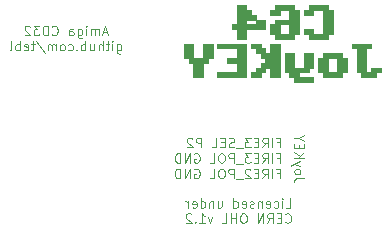
<source format=gbo>
G04 #@! TF.GenerationSoftware,KiCad,Pcbnew,(5.1.8)-1*
G04 #@! TF.CreationDate,2022-05-22T17:32:25+02:00*
G04 #@! TF.ProjectId,Amiga CD32,416d6967-6120-4434-9433-322e6b696361,rev?*
G04 #@! TF.SameCoordinates,Original*
G04 #@! TF.FileFunction,Legend,Bot*
G04 #@! TF.FilePolarity,Positive*
%FSLAX46Y46*%
G04 Gerber Fmt 4.6, Leading zero omitted, Abs format (unit mm)*
G04 Created by KiCad (PCBNEW (5.1.8)-1) date 2022-05-22 17:32:25*
%MOMM*%
%LPD*%
G01*
G04 APERTURE LIST*
%ADD10C,0.100000*%
%ADD11C,0.010000*%
G04 APERTURE END LIST*
D10*
X148145000Y-106391904D02*
X148525952Y-106391904D01*
X148525952Y-105591904D01*
X147878333Y-106391904D02*
X147878333Y-105858571D01*
X147878333Y-105591904D02*
X147916428Y-105630000D01*
X147878333Y-105668095D01*
X147840238Y-105630000D01*
X147878333Y-105591904D01*
X147878333Y-105668095D01*
X147154523Y-106353809D02*
X147230714Y-106391904D01*
X147383095Y-106391904D01*
X147459285Y-106353809D01*
X147497380Y-106315714D01*
X147535476Y-106239523D01*
X147535476Y-106010952D01*
X147497380Y-105934761D01*
X147459285Y-105896666D01*
X147383095Y-105858571D01*
X147230714Y-105858571D01*
X147154523Y-105896666D01*
X146506904Y-106353809D02*
X146583095Y-106391904D01*
X146735476Y-106391904D01*
X146811666Y-106353809D01*
X146849761Y-106277619D01*
X146849761Y-105972857D01*
X146811666Y-105896666D01*
X146735476Y-105858571D01*
X146583095Y-105858571D01*
X146506904Y-105896666D01*
X146468809Y-105972857D01*
X146468809Y-106049047D01*
X146849761Y-106125238D01*
X146125952Y-105858571D02*
X146125952Y-106391904D01*
X146125952Y-105934761D02*
X146087857Y-105896666D01*
X146011666Y-105858571D01*
X145897380Y-105858571D01*
X145821190Y-105896666D01*
X145783095Y-105972857D01*
X145783095Y-106391904D01*
X145440238Y-106353809D02*
X145364047Y-106391904D01*
X145211666Y-106391904D01*
X145135476Y-106353809D01*
X145097380Y-106277619D01*
X145097380Y-106239523D01*
X145135476Y-106163333D01*
X145211666Y-106125238D01*
X145325952Y-106125238D01*
X145402142Y-106087142D01*
X145440238Y-106010952D01*
X145440238Y-105972857D01*
X145402142Y-105896666D01*
X145325952Y-105858571D01*
X145211666Y-105858571D01*
X145135476Y-105896666D01*
X144449761Y-106353809D02*
X144525952Y-106391904D01*
X144678333Y-106391904D01*
X144754523Y-106353809D01*
X144792619Y-106277619D01*
X144792619Y-105972857D01*
X144754523Y-105896666D01*
X144678333Y-105858571D01*
X144525952Y-105858571D01*
X144449761Y-105896666D01*
X144411666Y-105972857D01*
X144411666Y-106049047D01*
X144792619Y-106125238D01*
X143725952Y-106391904D02*
X143725952Y-105591904D01*
X143725952Y-106353809D02*
X143802142Y-106391904D01*
X143954523Y-106391904D01*
X144030714Y-106353809D01*
X144068809Y-106315714D01*
X144106904Y-106239523D01*
X144106904Y-106010952D01*
X144068809Y-105934761D01*
X144030714Y-105896666D01*
X143954523Y-105858571D01*
X143802142Y-105858571D01*
X143725952Y-105896666D01*
X142392619Y-105858571D02*
X142392619Y-106391904D01*
X142735476Y-105858571D02*
X142735476Y-106277619D01*
X142697380Y-106353809D01*
X142621190Y-106391904D01*
X142506904Y-106391904D01*
X142430714Y-106353809D01*
X142392619Y-106315714D01*
X142011666Y-105858571D02*
X142011666Y-106391904D01*
X142011666Y-105934761D02*
X141973571Y-105896666D01*
X141897380Y-105858571D01*
X141783095Y-105858571D01*
X141706904Y-105896666D01*
X141668809Y-105972857D01*
X141668809Y-106391904D01*
X140945000Y-106391904D02*
X140945000Y-105591904D01*
X140945000Y-106353809D02*
X141021190Y-106391904D01*
X141173571Y-106391904D01*
X141249761Y-106353809D01*
X141287857Y-106315714D01*
X141325952Y-106239523D01*
X141325952Y-106010952D01*
X141287857Y-105934761D01*
X141249761Y-105896666D01*
X141173571Y-105858571D01*
X141021190Y-105858571D01*
X140945000Y-105896666D01*
X140259285Y-106353809D02*
X140335476Y-106391904D01*
X140487857Y-106391904D01*
X140564047Y-106353809D01*
X140602142Y-106277619D01*
X140602142Y-105972857D01*
X140564047Y-105896666D01*
X140487857Y-105858571D01*
X140335476Y-105858571D01*
X140259285Y-105896666D01*
X140221190Y-105972857D01*
X140221190Y-106049047D01*
X140602142Y-106125238D01*
X139878333Y-106391904D02*
X139878333Y-105858571D01*
X139878333Y-106010952D02*
X139840238Y-105934761D01*
X139802142Y-105896666D01*
X139725952Y-105858571D01*
X139649761Y-105858571D01*
X148106904Y-107615714D02*
X148145000Y-107653809D01*
X148259285Y-107691904D01*
X148335476Y-107691904D01*
X148449761Y-107653809D01*
X148525952Y-107577619D01*
X148564047Y-107501428D01*
X148602142Y-107349047D01*
X148602142Y-107234761D01*
X148564047Y-107082380D01*
X148525952Y-107006190D01*
X148449761Y-106930000D01*
X148335476Y-106891904D01*
X148259285Y-106891904D01*
X148145000Y-106930000D01*
X148106904Y-106968095D01*
X147764047Y-107272857D02*
X147497380Y-107272857D01*
X147383095Y-107691904D02*
X147764047Y-107691904D01*
X147764047Y-106891904D01*
X147383095Y-106891904D01*
X146583095Y-107691904D02*
X146849761Y-107310952D01*
X147040238Y-107691904D02*
X147040238Y-106891904D01*
X146735476Y-106891904D01*
X146659285Y-106930000D01*
X146621190Y-106968095D01*
X146583095Y-107044285D01*
X146583095Y-107158571D01*
X146621190Y-107234761D01*
X146659285Y-107272857D01*
X146735476Y-107310952D01*
X147040238Y-107310952D01*
X146240238Y-107691904D02*
X146240238Y-106891904D01*
X145783095Y-107691904D01*
X145783095Y-106891904D01*
X144640238Y-106891904D02*
X144487857Y-106891904D01*
X144411666Y-106930000D01*
X144335476Y-107006190D01*
X144297380Y-107158571D01*
X144297380Y-107425238D01*
X144335476Y-107577619D01*
X144411666Y-107653809D01*
X144487857Y-107691904D01*
X144640238Y-107691904D01*
X144716428Y-107653809D01*
X144792619Y-107577619D01*
X144830714Y-107425238D01*
X144830714Y-107158571D01*
X144792619Y-107006190D01*
X144716428Y-106930000D01*
X144640238Y-106891904D01*
X143954523Y-107691904D02*
X143954523Y-106891904D01*
X143954523Y-107272857D02*
X143497380Y-107272857D01*
X143497380Y-107691904D02*
X143497380Y-106891904D01*
X142735476Y-107691904D02*
X143116428Y-107691904D01*
X143116428Y-106891904D01*
X141935476Y-107158571D02*
X141745000Y-107691904D01*
X141554523Y-107158571D01*
X140830714Y-107691904D02*
X141287857Y-107691904D01*
X141059285Y-107691904D02*
X141059285Y-106891904D01*
X141135476Y-107006190D01*
X141211666Y-107082380D01*
X141287857Y-107120476D01*
X140487857Y-107615714D02*
X140449761Y-107653809D01*
X140487857Y-107691904D01*
X140525952Y-107653809D01*
X140487857Y-107615714D01*
X140487857Y-107691904D01*
X140145000Y-106968095D02*
X140106904Y-106930000D01*
X140030714Y-106891904D01*
X139840238Y-106891904D01*
X139764047Y-106930000D01*
X139725952Y-106968095D01*
X139687857Y-107044285D01*
X139687857Y-107120476D01*
X139725952Y-107234761D01*
X140183095Y-107691904D01*
X139687857Y-107691904D01*
X149663095Y-103892142D02*
X149091666Y-103892142D01*
X148977380Y-103930238D01*
X148901190Y-104006428D01*
X148863095Y-104120714D01*
X148863095Y-104196904D01*
X148863095Y-103396904D02*
X148901190Y-103473095D01*
X148939285Y-103511190D01*
X149015476Y-103549285D01*
X149244047Y-103549285D01*
X149320238Y-103511190D01*
X149358333Y-103473095D01*
X149396428Y-103396904D01*
X149396428Y-103282619D01*
X149358333Y-103206428D01*
X149320238Y-103168333D01*
X149244047Y-103130238D01*
X149015476Y-103130238D01*
X148939285Y-103168333D01*
X148901190Y-103206428D01*
X148863095Y-103282619D01*
X148863095Y-103396904D01*
X149396428Y-102863571D02*
X148863095Y-102673095D01*
X149396428Y-102482619D02*
X148863095Y-102673095D01*
X148672619Y-102749285D01*
X148634523Y-102787380D01*
X148596428Y-102863571D01*
X148863095Y-102177857D02*
X149663095Y-102177857D01*
X148863095Y-101720714D02*
X149320238Y-102063571D01*
X149663095Y-101720714D02*
X149205952Y-102177857D01*
X149282142Y-101377857D02*
X149282142Y-101111190D01*
X148863095Y-100996904D02*
X148863095Y-101377857D01*
X149663095Y-101377857D01*
X149663095Y-100996904D01*
X149244047Y-100501666D02*
X148863095Y-100501666D01*
X149663095Y-100768333D02*
X149244047Y-100501666D01*
X149663095Y-100235000D01*
X147432857Y-100877857D02*
X147699523Y-100877857D01*
X147699523Y-101296904D02*
X147699523Y-100496904D01*
X147318571Y-100496904D01*
X147013809Y-101296904D02*
X147013809Y-100496904D01*
X146175714Y-101296904D02*
X146442380Y-100915952D01*
X146632857Y-101296904D02*
X146632857Y-100496904D01*
X146328095Y-100496904D01*
X146251904Y-100535000D01*
X146213809Y-100573095D01*
X146175714Y-100649285D01*
X146175714Y-100763571D01*
X146213809Y-100839761D01*
X146251904Y-100877857D01*
X146328095Y-100915952D01*
X146632857Y-100915952D01*
X145832857Y-100877857D02*
X145566190Y-100877857D01*
X145451904Y-101296904D02*
X145832857Y-101296904D01*
X145832857Y-100496904D01*
X145451904Y-100496904D01*
X145185238Y-100496904D02*
X144690000Y-100496904D01*
X144956666Y-100801666D01*
X144842380Y-100801666D01*
X144766190Y-100839761D01*
X144728095Y-100877857D01*
X144690000Y-100954047D01*
X144690000Y-101144523D01*
X144728095Y-101220714D01*
X144766190Y-101258809D01*
X144842380Y-101296904D01*
X145070952Y-101296904D01*
X145147142Y-101258809D01*
X145185238Y-101220714D01*
X144537619Y-101373095D02*
X143928095Y-101373095D01*
X143775714Y-101258809D02*
X143661428Y-101296904D01*
X143470952Y-101296904D01*
X143394761Y-101258809D01*
X143356666Y-101220714D01*
X143318571Y-101144523D01*
X143318571Y-101068333D01*
X143356666Y-100992142D01*
X143394761Y-100954047D01*
X143470952Y-100915952D01*
X143623333Y-100877857D01*
X143699523Y-100839761D01*
X143737619Y-100801666D01*
X143775714Y-100725476D01*
X143775714Y-100649285D01*
X143737619Y-100573095D01*
X143699523Y-100535000D01*
X143623333Y-100496904D01*
X143432857Y-100496904D01*
X143318571Y-100535000D01*
X142975714Y-100877857D02*
X142709047Y-100877857D01*
X142594761Y-101296904D02*
X142975714Y-101296904D01*
X142975714Y-100496904D01*
X142594761Y-100496904D01*
X141870952Y-101296904D02*
X142251904Y-101296904D01*
X142251904Y-100496904D01*
X140994761Y-101296904D02*
X140994761Y-100496904D01*
X140690000Y-100496904D01*
X140613809Y-100535000D01*
X140575714Y-100573095D01*
X140537619Y-100649285D01*
X140537619Y-100763571D01*
X140575714Y-100839761D01*
X140613809Y-100877857D01*
X140690000Y-100915952D01*
X140994761Y-100915952D01*
X140232857Y-100573095D02*
X140194761Y-100535000D01*
X140118571Y-100496904D01*
X139928095Y-100496904D01*
X139851904Y-100535000D01*
X139813809Y-100573095D01*
X139775714Y-100649285D01*
X139775714Y-100725476D01*
X139813809Y-100839761D01*
X140270952Y-101296904D01*
X139775714Y-101296904D01*
X147432857Y-102177857D02*
X147699523Y-102177857D01*
X147699523Y-102596904D02*
X147699523Y-101796904D01*
X147318571Y-101796904D01*
X147013809Y-102596904D02*
X147013809Y-101796904D01*
X146175714Y-102596904D02*
X146442380Y-102215952D01*
X146632857Y-102596904D02*
X146632857Y-101796904D01*
X146328095Y-101796904D01*
X146251904Y-101835000D01*
X146213809Y-101873095D01*
X146175714Y-101949285D01*
X146175714Y-102063571D01*
X146213809Y-102139761D01*
X146251904Y-102177857D01*
X146328095Y-102215952D01*
X146632857Y-102215952D01*
X145832857Y-102177857D02*
X145566190Y-102177857D01*
X145451904Y-102596904D02*
X145832857Y-102596904D01*
X145832857Y-101796904D01*
X145451904Y-101796904D01*
X145185238Y-101796904D02*
X144690000Y-101796904D01*
X144956666Y-102101666D01*
X144842380Y-102101666D01*
X144766190Y-102139761D01*
X144728095Y-102177857D01*
X144690000Y-102254047D01*
X144690000Y-102444523D01*
X144728095Y-102520714D01*
X144766190Y-102558809D01*
X144842380Y-102596904D01*
X145070952Y-102596904D01*
X145147142Y-102558809D01*
X145185238Y-102520714D01*
X144537619Y-102673095D02*
X143928095Y-102673095D01*
X143737619Y-102596904D02*
X143737619Y-101796904D01*
X143432857Y-101796904D01*
X143356666Y-101835000D01*
X143318571Y-101873095D01*
X143280476Y-101949285D01*
X143280476Y-102063571D01*
X143318571Y-102139761D01*
X143356666Y-102177857D01*
X143432857Y-102215952D01*
X143737619Y-102215952D01*
X142785238Y-101796904D02*
X142632857Y-101796904D01*
X142556666Y-101835000D01*
X142480476Y-101911190D01*
X142442380Y-102063571D01*
X142442380Y-102330238D01*
X142480476Y-102482619D01*
X142556666Y-102558809D01*
X142632857Y-102596904D01*
X142785238Y-102596904D01*
X142861428Y-102558809D01*
X142937619Y-102482619D01*
X142975714Y-102330238D01*
X142975714Y-102063571D01*
X142937619Y-101911190D01*
X142861428Y-101835000D01*
X142785238Y-101796904D01*
X141718571Y-102596904D02*
X142099523Y-102596904D01*
X142099523Y-101796904D01*
X140423333Y-101835000D02*
X140499523Y-101796904D01*
X140613809Y-101796904D01*
X140728095Y-101835000D01*
X140804285Y-101911190D01*
X140842380Y-101987380D01*
X140880476Y-102139761D01*
X140880476Y-102254047D01*
X140842380Y-102406428D01*
X140804285Y-102482619D01*
X140728095Y-102558809D01*
X140613809Y-102596904D01*
X140537619Y-102596904D01*
X140423333Y-102558809D01*
X140385238Y-102520714D01*
X140385238Y-102254047D01*
X140537619Y-102254047D01*
X140042380Y-102596904D02*
X140042380Y-101796904D01*
X139585238Y-102596904D01*
X139585238Y-101796904D01*
X139204285Y-102596904D02*
X139204285Y-101796904D01*
X139013809Y-101796904D01*
X138899523Y-101835000D01*
X138823333Y-101911190D01*
X138785238Y-101987380D01*
X138747142Y-102139761D01*
X138747142Y-102254047D01*
X138785238Y-102406428D01*
X138823333Y-102482619D01*
X138899523Y-102558809D01*
X139013809Y-102596904D01*
X139204285Y-102596904D01*
X147432857Y-103477857D02*
X147699523Y-103477857D01*
X147699523Y-103896904D02*
X147699523Y-103096904D01*
X147318571Y-103096904D01*
X147013809Y-103896904D02*
X147013809Y-103096904D01*
X146175714Y-103896904D02*
X146442380Y-103515952D01*
X146632857Y-103896904D02*
X146632857Y-103096904D01*
X146328095Y-103096904D01*
X146251904Y-103135000D01*
X146213809Y-103173095D01*
X146175714Y-103249285D01*
X146175714Y-103363571D01*
X146213809Y-103439761D01*
X146251904Y-103477857D01*
X146328095Y-103515952D01*
X146632857Y-103515952D01*
X145832857Y-103477857D02*
X145566190Y-103477857D01*
X145451904Y-103896904D02*
X145832857Y-103896904D01*
X145832857Y-103096904D01*
X145451904Y-103096904D01*
X145147142Y-103173095D02*
X145109047Y-103135000D01*
X145032857Y-103096904D01*
X144842380Y-103096904D01*
X144766190Y-103135000D01*
X144728095Y-103173095D01*
X144690000Y-103249285D01*
X144690000Y-103325476D01*
X144728095Y-103439761D01*
X145185238Y-103896904D01*
X144690000Y-103896904D01*
X144537619Y-103973095D02*
X143928095Y-103973095D01*
X143737619Y-103896904D02*
X143737619Y-103096904D01*
X143432857Y-103096904D01*
X143356666Y-103135000D01*
X143318571Y-103173095D01*
X143280476Y-103249285D01*
X143280476Y-103363571D01*
X143318571Y-103439761D01*
X143356666Y-103477857D01*
X143432857Y-103515952D01*
X143737619Y-103515952D01*
X142785238Y-103096904D02*
X142632857Y-103096904D01*
X142556666Y-103135000D01*
X142480476Y-103211190D01*
X142442380Y-103363571D01*
X142442380Y-103630238D01*
X142480476Y-103782619D01*
X142556666Y-103858809D01*
X142632857Y-103896904D01*
X142785238Y-103896904D01*
X142861428Y-103858809D01*
X142937619Y-103782619D01*
X142975714Y-103630238D01*
X142975714Y-103363571D01*
X142937619Y-103211190D01*
X142861428Y-103135000D01*
X142785238Y-103096904D01*
X141718571Y-103896904D02*
X142099523Y-103896904D01*
X142099523Y-103096904D01*
X140423333Y-103135000D02*
X140499523Y-103096904D01*
X140613809Y-103096904D01*
X140728095Y-103135000D01*
X140804285Y-103211190D01*
X140842380Y-103287380D01*
X140880476Y-103439761D01*
X140880476Y-103554047D01*
X140842380Y-103706428D01*
X140804285Y-103782619D01*
X140728095Y-103858809D01*
X140613809Y-103896904D01*
X140537619Y-103896904D01*
X140423333Y-103858809D01*
X140385238Y-103820714D01*
X140385238Y-103554047D01*
X140537619Y-103554047D01*
X140042380Y-103896904D02*
X140042380Y-103096904D01*
X139585238Y-103896904D01*
X139585238Y-103096904D01*
X139204285Y-103896904D02*
X139204285Y-103096904D01*
X139013809Y-103096904D01*
X138899523Y-103135000D01*
X138823333Y-103211190D01*
X138785238Y-103287380D01*
X138747142Y-103439761D01*
X138747142Y-103554047D01*
X138785238Y-103706428D01*
X138823333Y-103782619D01*
X138899523Y-103858809D01*
X139013809Y-103896904D01*
X139204285Y-103896904D01*
X133044761Y-91558333D02*
X132663809Y-91558333D01*
X133120952Y-91786904D02*
X132854285Y-90986904D01*
X132587619Y-91786904D01*
X132320952Y-91786904D02*
X132320952Y-91253571D01*
X132320952Y-91329761D02*
X132282857Y-91291666D01*
X132206666Y-91253571D01*
X132092380Y-91253571D01*
X132016190Y-91291666D01*
X131978095Y-91367857D01*
X131978095Y-91786904D01*
X131978095Y-91367857D02*
X131940000Y-91291666D01*
X131863809Y-91253571D01*
X131749523Y-91253571D01*
X131673333Y-91291666D01*
X131635238Y-91367857D01*
X131635238Y-91786904D01*
X131254285Y-91786904D02*
X131254285Y-91253571D01*
X131254285Y-90986904D02*
X131292380Y-91025000D01*
X131254285Y-91063095D01*
X131216190Y-91025000D01*
X131254285Y-90986904D01*
X131254285Y-91063095D01*
X130530476Y-91253571D02*
X130530476Y-91901190D01*
X130568571Y-91977380D01*
X130606666Y-92015476D01*
X130682857Y-92053571D01*
X130797142Y-92053571D01*
X130873333Y-92015476D01*
X130530476Y-91748809D02*
X130606666Y-91786904D01*
X130759047Y-91786904D01*
X130835238Y-91748809D01*
X130873333Y-91710714D01*
X130911428Y-91634523D01*
X130911428Y-91405952D01*
X130873333Y-91329761D01*
X130835238Y-91291666D01*
X130759047Y-91253571D01*
X130606666Y-91253571D01*
X130530476Y-91291666D01*
X129806666Y-91786904D02*
X129806666Y-91367857D01*
X129844761Y-91291666D01*
X129920952Y-91253571D01*
X130073333Y-91253571D01*
X130149523Y-91291666D01*
X129806666Y-91748809D02*
X129882857Y-91786904D01*
X130073333Y-91786904D01*
X130149523Y-91748809D01*
X130187619Y-91672619D01*
X130187619Y-91596428D01*
X130149523Y-91520238D01*
X130073333Y-91482142D01*
X129882857Y-91482142D01*
X129806666Y-91444047D01*
X128359047Y-91710714D02*
X128397142Y-91748809D01*
X128511428Y-91786904D01*
X128587619Y-91786904D01*
X128701904Y-91748809D01*
X128778095Y-91672619D01*
X128816190Y-91596428D01*
X128854285Y-91444047D01*
X128854285Y-91329761D01*
X128816190Y-91177380D01*
X128778095Y-91101190D01*
X128701904Y-91025000D01*
X128587619Y-90986904D01*
X128511428Y-90986904D01*
X128397142Y-91025000D01*
X128359047Y-91063095D01*
X128016190Y-91786904D02*
X128016190Y-90986904D01*
X127825714Y-90986904D01*
X127711428Y-91025000D01*
X127635238Y-91101190D01*
X127597142Y-91177380D01*
X127559047Y-91329761D01*
X127559047Y-91444047D01*
X127597142Y-91596428D01*
X127635238Y-91672619D01*
X127711428Y-91748809D01*
X127825714Y-91786904D01*
X128016190Y-91786904D01*
X127292380Y-90986904D02*
X126797142Y-90986904D01*
X127063809Y-91291666D01*
X126949523Y-91291666D01*
X126873333Y-91329761D01*
X126835238Y-91367857D01*
X126797142Y-91444047D01*
X126797142Y-91634523D01*
X126835238Y-91710714D01*
X126873333Y-91748809D01*
X126949523Y-91786904D01*
X127178095Y-91786904D01*
X127254285Y-91748809D01*
X127292380Y-91710714D01*
X126492380Y-91063095D02*
X126454285Y-91025000D01*
X126378095Y-90986904D01*
X126187619Y-90986904D01*
X126111428Y-91025000D01*
X126073333Y-91063095D01*
X126035238Y-91139285D01*
X126035238Y-91215476D01*
X126073333Y-91329761D01*
X126530476Y-91786904D01*
X126035238Y-91786904D01*
X133863809Y-92553571D02*
X133863809Y-93201190D01*
X133901904Y-93277380D01*
X133940000Y-93315476D01*
X134016190Y-93353571D01*
X134130476Y-93353571D01*
X134206666Y-93315476D01*
X133863809Y-93048809D02*
X133940000Y-93086904D01*
X134092380Y-93086904D01*
X134168571Y-93048809D01*
X134206666Y-93010714D01*
X134244761Y-92934523D01*
X134244761Y-92705952D01*
X134206666Y-92629761D01*
X134168571Y-92591666D01*
X134092380Y-92553571D01*
X133940000Y-92553571D01*
X133863809Y-92591666D01*
X133482857Y-93086904D02*
X133482857Y-92553571D01*
X133482857Y-92286904D02*
X133520952Y-92325000D01*
X133482857Y-92363095D01*
X133444761Y-92325000D01*
X133482857Y-92286904D01*
X133482857Y-92363095D01*
X133216190Y-92553571D02*
X132911428Y-92553571D01*
X133101904Y-92286904D02*
X133101904Y-92972619D01*
X133063809Y-93048809D01*
X132987619Y-93086904D01*
X132911428Y-93086904D01*
X132644761Y-93086904D02*
X132644761Y-92286904D01*
X132301904Y-93086904D02*
X132301904Y-92667857D01*
X132340000Y-92591666D01*
X132416190Y-92553571D01*
X132530476Y-92553571D01*
X132606666Y-92591666D01*
X132644761Y-92629761D01*
X131578095Y-92553571D02*
X131578095Y-93086904D01*
X131920952Y-92553571D02*
X131920952Y-92972619D01*
X131882857Y-93048809D01*
X131806666Y-93086904D01*
X131692380Y-93086904D01*
X131616190Y-93048809D01*
X131578095Y-93010714D01*
X131197142Y-93086904D02*
X131197142Y-92286904D01*
X131197142Y-92591666D02*
X131120952Y-92553571D01*
X130968571Y-92553571D01*
X130892380Y-92591666D01*
X130854285Y-92629761D01*
X130816190Y-92705952D01*
X130816190Y-92934523D01*
X130854285Y-93010714D01*
X130892380Y-93048809D01*
X130968571Y-93086904D01*
X131120952Y-93086904D01*
X131197142Y-93048809D01*
X130473333Y-93010714D02*
X130435238Y-93048809D01*
X130473333Y-93086904D01*
X130511428Y-93048809D01*
X130473333Y-93010714D01*
X130473333Y-93086904D01*
X129749523Y-93048809D02*
X129825714Y-93086904D01*
X129978095Y-93086904D01*
X130054285Y-93048809D01*
X130092380Y-93010714D01*
X130130476Y-92934523D01*
X130130476Y-92705952D01*
X130092380Y-92629761D01*
X130054285Y-92591666D01*
X129978095Y-92553571D01*
X129825714Y-92553571D01*
X129749523Y-92591666D01*
X129292380Y-93086904D02*
X129368571Y-93048809D01*
X129406666Y-93010714D01*
X129444761Y-92934523D01*
X129444761Y-92705952D01*
X129406666Y-92629761D01*
X129368571Y-92591666D01*
X129292380Y-92553571D01*
X129178095Y-92553571D01*
X129101904Y-92591666D01*
X129063809Y-92629761D01*
X129025714Y-92705952D01*
X129025714Y-92934523D01*
X129063809Y-93010714D01*
X129101904Y-93048809D01*
X129178095Y-93086904D01*
X129292380Y-93086904D01*
X128682857Y-93086904D02*
X128682857Y-92553571D01*
X128682857Y-92629761D02*
X128644761Y-92591666D01*
X128568571Y-92553571D01*
X128454285Y-92553571D01*
X128378095Y-92591666D01*
X128340000Y-92667857D01*
X128340000Y-93086904D01*
X128340000Y-92667857D02*
X128301904Y-92591666D01*
X128225714Y-92553571D01*
X128111428Y-92553571D01*
X128035238Y-92591666D01*
X127997142Y-92667857D01*
X127997142Y-93086904D01*
X127044761Y-92248809D02*
X127730476Y-93277380D01*
X126892380Y-92553571D02*
X126587619Y-92553571D01*
X126778095Y-92286904D02*
X126778095Y-92972619D01*
X126740000Y-93048809D01*
X126663809Y-93086904D01*
X126587619Y-93086904D01*
X126016190Y-93048809D02*
X126092380Y-93086904D01*
X126244761Y-93086904D01*
X126320952Y-93048809D01*
X126359047Y-92972619D01*
X126359047Y-92667857D01*
X126320952Y-92591666D01*
X126244761Y-92553571D01*
X126092380Y-92553571D01*
X126016190Y-92591666D01*
X125978095Y-92667857D01*
X125978095Y-92744047D01*
X126359047Y-92820238D01*
X125635238Y-93086904D02*
X125635238Y-92286904D01*
X125635238Y-92591666D02*
X125559047Y-92553571D01*
X125406666Y-92553571D01*
X125330476Y-92591666D01*
X125292380Y-92629761D01*
X125254285Y-92705952D01*
X125254285Y-92934523D01*
X125292380Y-93010714D01*
X125330476Y-93048809D01*
X125406666Y-93086904D01*
X125559047Y-93086904D01*
X125635238Y-93048809D01*
X124797142Y-93086904D02*
X124873333Y-93048809D01*
X124911428Y-92972619D01*
X124911428Y-92286904D01*
D11*
G36*
X143988507Y-90879751D02*
G01*
X143581700Y-90879751D01*
X143581700Y-91286558D01*
X143988507Y-91286558D01*
X143988507Y-92100171D01*
X144802120Y-92100171D01*
X144802120Y-91286558D01*
X146429348Y-91286558D01*
X146429348Y-90472944D01*
X145615734Y-90472944D01*
X145615734Y-90879751D01*
X144802120Y-90879751D01*
X144802120Y-90472944D01*
X145615734Y-90472944D01*
X145615734Y-90066137D01*
X145208927Y-90066137D01*
X145208927Y-89659331D01*
X144802120Y-89659331D01*
X144802120Y-89252524D01*
X143988507Y-89252524D01*
X143988507Y-90879751D01*
G37*
X143988507Y-90879751D02*
X143581700Y-90879751D01*
X143581700Y-91286558D01*
X143988507Y-91286558D01*
X143988507Y-92100171D01*
X144802120Y-92100171D01*
X144802120Y-91286558D01*
X146429348Y-91286558D01*
X146429348Y-90472944D01*
X145615734Y-90472944D01*
X145615734Y-90879751D01*
X144802120Y-90879751D01*
X144802120Y-90472944D01*
X145615734Y-90472944D01*
X145615734Y-90066137D01*
X145208927Y-90066137D01*
X145208927Y-89659331D01*
X144802120Y-89659331D01*
X144802120Y-89252524D01*
X143988507Y-89252524D01*
X143988507Y-90879751D01*
G36*
X147242961Y-89659331D02*
G01*
X146836154Y-89659331D01*
X146836154Y-90066137D01*
X147649768Y-90066137D01*
X147649768Y-89659331D01*
X148463382Y-89659331D01*
X148463382Y-90472944D01*
X147242961Y-90472944D01*
X147242961Y-90879751D01*
X146836154Y-90879751D01*
X146836154Y-91693365D01*
X147242961Y-91693365D01*
X147242961Y-92100171D01*
X148870189Y-92100171D01*
X148870189Y-91693365D01*
X149276995Y-91693365D01*
X149276995Y-90879751D01*
X148463382Y-90879751D01*
X148463382Y-91693365D01*
X147649768Y-91693365D01*
X147649768Y-90879751D01*
X148463382Y-90879751D01*
X149276995Y-90879751D01*
X149276995Y-89659331D01*
X148870189Y-89659331D01*
X148870189Y-89252524D01*
X147242961Y-89252524D01*
X147242961Y-89659331D01*
G37*
X147242961Y-89659331D02*
X146836154Y-89659331D01*
X146836154Y-90066137D01*
X147649768Y-90066137D01*
X147649768Y-89659331D01*
X148463382Y-89659331D01*
X148463382Y-90472944D01*
X147242961Y-90472944D01*
X147242961Y-90879751D01*
X146836154Y-90879751D01*
X146836154Y-91693365D01*
X147242961Y-91693365D01*
X147242961Y-92100171D01*
X148870189Y-92100171D01*
X148870189Y-91693365D01*
X149276995Y-91693365D01*
X149276995Y-90879751D01*
X148463382Y-90879751D01*
X148463382Y-91693365D01*
X147649768Y-91693365D01*
X147649768Y-90879751D01*
X148463382Y-90879751D01*
X149276995Y-90879751D01*
X149276995Y-89659331D01*
X148870189Y-89659331D01*
X148870189Y-89252524D01*
X147242961Y-89252524D01*
X147242961Y-89659331D01*
G36*
X150090609Y-89659331D02*
G01*
X149683802Y-89659331D01*
X149683802Y-90066137D01*
X150497416Y-90066137D01*
X150497416Y-89659331D01*
X151311029Y-89659331D01*
X151311029Y-91693365D01*
X150497416Y-91693365D01*
X150497416Y-91286558D01*
X149683802Y-91286558D01*
X149683802Y-91693365D01*
X150090609Y-91693365D01*
X150090609Y-92100171D01*
X151717836Y-92100171D01*
X151717836Y-91693365D01*
X152124643Y-91693365D01*
X152124643Y-89659331D01*
X151717836Y-89659331D01*
X151717836Y-89252524D01*
X150090609Y-89252524D01*
X150090609Y-89659331D01*
G37*
X150090609Y-89659331D02*
X149683802Y-89659331D01*
X149683802Y-90066137D01*
X150497416Y-90066137D01*
X150497416Y-89659331D01*
X151311029Y-89659331D01*
X151311029Y-91693365D01*
X150497416Y-91693365D01*
X150497416Y-91286558D01*
X149683802Y-91286558D01*
X149683802Y-91693365D01*
X150090609Y-91693365D01*
X150090609Y-92100171D01*
X151717836Y-92100171D01*
X151717836Y-91693365D01*
X152124643Y-91693365D01*
X152124643Y-89659331D01*
X151717836Y-89659331D01*
X151717836Y-89252524D01*
X150090609Y-89252524D01*
X150090609Y-89659331D01*
G36*
X141140859Y-93727399D02*
G01*
X140327246Y-93727399D01*
X140327246Y-92506978D01*
X139513632Y-92506978D01*
X139513632Y-93727399D01*
X139920439Y-93727399D01*
X139920439Y-94134206D01*
X140327246Y-94134206D01*
X140327246Y-95354626D01*
X141140859Y-95354626D01*
X141140859Y-94134206D01*
X141547666Y-94134206D01*
X141547666Y-93727399D01*
X141954473Y-93727399D01*
X141954473Y-92506978D01*
X141140859Y-92506978D01*
X141140859Y-93727399D01*
G37*
X141140859Y-93727399D02*
X140327246Y-93727399D01*
X140327246Y-92506978D01*
X139513632Y-92506978D01*
X139513632Y-93727399D01*
X139920439Y-93727399D01*
X139920439Y-94134206D01*
X140327246Y-94134206D01*
X140327246Y-95354626D01*
X141140859Y-95354626D01*
X141140859Y-94134206D01*
X141547666Y-94134206D01*
X141547666Y-93727399D01*
X141954473Y-93727399D01*
X141954473Y-92506978D01*
X141140859Y-92506978D01*
X141140859Y-93727399D01*
G36*
X142361280Y-92913785D02*
G01*
X143988507Y-92913785D01*
X143988507Y-93727399D01*
X143174893Y-93727399D01*
X143174893Y-94134206D01*
X143988507Y-94134206D01*
X143988507Y-94947819D01*
X142361280Y-94947819D01*
X142361280Y-95354626D01*
X144802120Y-95354626D01*
X144802120Y-92506978D01*
X142361280Y-92506978D01*
X142361280Y-92913785D01*
G37*
X142361280Y-92913785D02*
X143988507Y-92913785D01*
X143988507Y-93727399D01*
X143174893Y-93727399D01*
X143174893Y-94134206D01*
X143988507Y-94134206D01*
X143988507Y-94947819D01*
X142361280Y-94947819D01*
X142361280Y-95354626D01*
X144802120Y-95354626D01*
X144802120Y-92506978D01*
X142361280Y-92506978D01*
X142361280Y-92913785D01*
G36*
X146836154Y-93320592D02*
G01*
X146429348Y-93320592D01*
X146429348Y-92913785D01*
X146022541Y-92913785D01*
X146022541Y-92506978D01*
X145208927Y-92506978D01*
X145208927Y-92913785D01*
X145615734Y-92913785D01*
X145615734Y-93320592D01*
X146022541Y-93320592D01*
X146022541Y-93727399D01*
X146429348Y-93727399D01*
X146429348Y-94134206D01*
X146022541Y-94134206D01*
X146022541Y-94541012D01*
X145615734Y-94541012D01*
X145615734Y-94947819D01*
X145208927Y-94947819D01*
X145208927Y-95354626D01*
X146022541Y-95354626D01*
X146022541Y-94947819D01*
X146429348Y-94947819D01*
X146429348Y-94541012D01*
X146836154Y-94541012D01*
X146836154Y-95354626D01*
X147649768Y-95354626D01*
X147649768Y-92506978D01*
X146836154Y-92506978D01*
X146836154Y-93320592D01*
G37*
X146836154Y-93320592D02*
X146429348Y-93320592D01*
X146429348Y-92913785D01*
X146022541Y-92913785D01*
X146022541Y-92506978D01*
X145208927Y-92506978D01*
X145208927Y-92913785D01*
X145615734Y-92913785D01*
X145615734Y-93320592D01*
X146022541Y-93320592D01*
X146022541Y-93727399D01*
X146429348Y-93727399D01*
X146429348Y-94134206D01*
X146022541Y-94134206D01*
X146022541Y-94541012D01*
X145615734Y-94541012D01*
X145615734Y-94947819D01*
X145208927Y-94947819D01*
X145208927Y-95354626D01*
X146022541Y-95354626D01*
X146022541Y-94947819D01*
X146429348Y-94947819D01*
X146429348Y-94541012D01*
X146836154Y-94541012D01*
X146836154Y-95354626D01*
X147649768Y-95354626D01*
X147649768Y-92506978D01*
X146836154Y-92506978D01*
X146836154Y-93320592D01*
G36*
X151311029Y-93727399D02*
G01*
X150904223Y-93727399D01*
X150904223Y-94947819D01*
X151311029Y-94947819D01*
X151311029Y-95354626D01*
X152938257Y-95354626D01*
X152938257Y-94947819D01*
X153345063Y-94947819D01*
X153345063Y-93727399D01*
X152938257Y-93727399D01*
X152531450Y-93727399D01*
X152531450Y-94947819D01*
X151717836Y-94947819D01*
X151717836Y-93727399D01*
X152531450Y-93727399D01*
X152938257Y-93727399D01*
X152938257Y-93320592D01*
X151311029Y-93320592D01*
X151311029Y-93727399D01*
G37*
X151311029Y-93727399D02*
X150904223Y-93727399D01*
X150904223Y-94947819D01*
X151311029Y-94947819D01*
X151311029Y-95354626D01*
X152938257Y-95354626D01*
X152938257Y-94947819D01*
X153345063Y-94947819D01*
X153345063Y-93727399D01*
X152938257Y-93727399D01*
X152531450Y-93727399D01*
X152531450Y-94947819D01*
X151717836Y-94947819D01*
X151717836Y-93727399D01*
X152531450Y-93727399D01*
X152938257Y-93727399D01*
X152938257Y-93320592D01*
X151311029Y-93320592D01*
X151311029Y-93727399D01*
G36*
X153751870Y-92913785D02*
G01*
X154158677Y-92913785D01*
X154158677Y-94947819D01*
X154565484Y-94947819D01*
X154565484Y-95354626D01*
X155785904Y-95354626D01*
X155785904Y-94947819D01*
X156192711Y-94947819D01*
X156192711Y-94541012D01*
X155379097Y-94541012D01*
X155379097Y-94947819D01*
X154972291Y-94947819D01*
X154972291Y-92913785D01*
X155379097Y-92913785D01*
X155379097Y-92506978D01*
X153751870Y-92506978D01*
X153751870Y-92913785D01*
G37*
X153751870Y-92913785D02*
X154158677Y-92913785D01*
X154158677Y-94947819D01*
X154565484Y-94947819D01*
X154565484Y-95354626D01*
X155785904Y-95354626D01*
X155785904Y-94947819D01*
X156192711Y-94947819D01*
X156192711Y-94541012D01*
X155379097Y-94541012D01*
X155379097Y-94947819D01*
X154972291Y-94947819D01*
X154972291Y-92913785D01*
X155379097Y-92913785D01*
X155379097Y-92506978D01*
X153751870Y-92506978D01*
X153751870Y-92913785D01*
G36*
X149683802Y-94541012D02*
G01*
X148870189Y-94541012D01*
X148870189Y-93320592D01*
X148056575Y-93320592D01*
X148056575Y-94947819D01*
X148463382Y-94947819D01*
X148463382Y-95354626D01*
X148870189Y-95354626D01*
X148870189Y-95761433D01*
X150497416Y-95761433D01*
X150497416Y-95354626D01*
X149276995Y-95354626D01*
X149276995Y-94947819D01*
X150090609Y-94947819D01*
X150090609Y-94541012D01*
X150497416Y-94541012D01*
X150497416Y-93320592D01*
X149683802Y-93320592D01*
X149683802Y-94541012D01*
G37*
X149683802Y-94541012D02*
X148870189Y-94541012D01*
X148870189Y-93320592D01*
X148056575Y-93320592D01*
X148056575Y-94947819D01*
X148463382Y-94947819D01*
X148463382Y-95354626D01*
X148870189Y-95354626D01*
X148870189Y-95761433D01*
X150497416Y-95761433D01*
X150497416Y-95354626D01*
X149276995Y-95354626D01*
X149276995Y-94947819D01*
X150090609Y-94947819D01*
X150090609Y-94541012D01*
X150497416Y-94541012D01*
X150497416Y-93320592D01*
X149683802Y-93320592D01*
X149683802Y-94541012D01*
M02*

</source>
